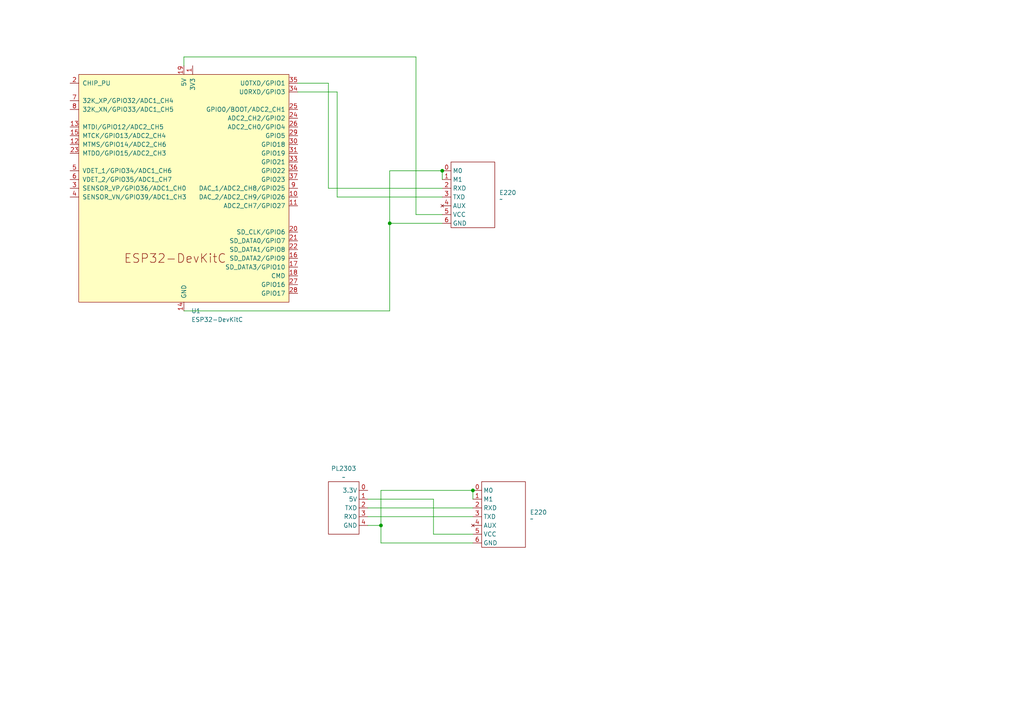
<source format=kicad_sch>
(kicad_sch (version 20250114) (generator "eeschema") (generator_version "9.0")
  (paper "A4")
  (lib_symbols
    (symbol "PCM_Espressif:ESP32-DevKitC" (pin_names (offset 1.016))
      (property "Reference" "U" (at -30.48 38.1 0))
      (property "Value" "ESP32-DevKitC" (at -30.48 35.56 0))
      (symbol "ESP32-DevKitC_0_0"
        (text "ESP32-DevKitC" (at -2.54 -20.32 0) (effects (font (size 2.54 2.54))))
        (pin power_in line (at 0 35.56 270) (length 2.54) (name "5V") (number "19"))
        (pin power_in line (at 0 -35.56 90) (length 2.54) (name "GND") (number "14"))
      )
      (symbol "ESP32-DevKitC_0_1"
        (rectangle (start -30.48 33.02) (end 30.48 -33.02) (fill (type background)))
      )
      (symbol "ESP32-DevKitC_1_1"
        (pin input line (at -33.02 30.48 0) (length 2.54) (name "CHIP_PU") (number "2"))
        (pin bidirectional line (at -33.02 25.4 0) (length 2.54) (name "32K_XP/GPIO32/ADC1_CH4") (number "7"))
        (pin bidirectional line (at -33.02 22.86 0) (length 2.54) (name "32K_XN/GPIO33/ADC1_CH5") (number "8"))
        (pin bidirectional line (at -33.02 17.78 0) (length 2.54) (name "MTDI/GPIO12/ADC2_CH5") (number "13"))
        (pin bidirectional line (at -33.02 15.24 0) (length 2.54) (name "MTCK/GPIO13/ADC2_CH4") (number "15"))
        (pin bidirectional line (at -33.02 12.7 0) (length 2.54) (name "MTMS/GPIO14/ADC2_CH6") (number "12"))
        (pin bidirectional line (at -33.02 10.16 0) (length 2.54) (name "MTDO/GPIO15/ADC2_CH3") (number "23"))
        (pin input line (at -33.02 5.08 0) (length 2.54) (name "VDET_1/GPIO34/ADC1_CH6") (number "5"))
        (pin input line (at -33.02 2.54 0) (length 2.54) (name "VDET_2/GPIO35/ADC1_CH7") (number "6"))
        (pin input line (at -33.02 0 0) (length 2.54) (name "SENSOR_VP/GPIO36/ADC1_CH0") (number "3"))
        (pin input line (at -33.02 -2.54 0) (length 2.54) (name "SENSOR_VN/GPIO39/ADC1_CH3") (number "4"))
        (pin passive line (at 0 -35.56 90) (length 2.54) (hide yes) (name "GND") (number "32"))
        (pin passive line (at 0 -35.56 90) (length 2.54) (hide yes) (name "GND") (number "38"))
        (pin power_in line (at 2.54 35.56 270) (length 2.54) (name "3V3") (number "1"))
        (pin bidirectional line (at 33.02 30.48 180) (length 2.54) (name "U0TXD/GPIO1") (number "35"))
        (pin bidirectional line (at 33.02 27.94 180) (length 2.54) (name "U0RXD/GPIO3") (number "34"))
        (pin bidirectional line (at 33.02 22.86 180) (length 2.54) (name "GPIO0/BOOT/ADC2_CH1") (number "25"))
        (pin bidirectional line (at 33.02 20.32 180) (length 2.54) (name "ADC2_CH2/GPIO2") (number "24"))
        (pin bidirectional line (at 33.02 17.78 180) (length 2.54) (name "ADC2_CH0/GPIO4") (number "26"))
        (pin bidirectional line (at 33.02 15.24 180) (length 2.54) (name "GPIO5") (number "29"))
        (pin bidirectional line (at 33.02 12.7 180) (length 2.54) (name "GPIO18") (number "30"))
        (pin bidirectional line (at 33.02 10.16 180) (length 2.54) (name "GPIO19") (number "31"))
        (pin bidirectional line (at 33.02 7.62 180) (length 2.54) (name "GPIO21") (number "33"))
        (pin bidirectional line (at 33.02 5.08 180) (length 2.54) (name "GPIO22") (number "36"))
        (pin bidirectional line (at 33.02 2.54 180) (length 2.54) (name "GPIO23") (number "37"))
        (pin bidirectional line (at 33.02 0 180) (length 2.54) (name "DAC_1/ADC2_CH8/GPIO25") (number "9"))
        (pin bidirectional line (at 33.02 -2.54 180) (length 2.54) (name "DAC_2/ADC2_CH9/GPIO26") (number "10"))
        (pin bidirectional line (at 33.02 -5.08 180) (length 2.54) (name "ADC2_CH7/GPIO27") (number "11"))
        (pin bidirectional line (at 33.02 -12.7 180) (length 2.54) (name "SD_CLK/GPIO6") (number "20"))
        (pin bidirectional line (at 33.02 -15.24 180) (length 2.54) (name "SD_DATA0/GPIO7") (number "21"))
        (pin bidirectional line (at 33.02 -17.78 180) (length 2.54) (name "SD_DATA1/GPIO8") (number "22"))
        (pin bidirectional line (at 33.02 -20.32 180) (length 2.54) (name "SD_DATA2/GPIO9") (number "16"))
        (pin bidirectional line (at 33.02 -22.86 180) (length 2.54) (name "SD_DATA3/GPIO10") (number "17"))
        (pin bidirectional line (at 33.02 -25.4 180) (length 2.54) (name "CMD") (number "18"))
        (pin bidirectional line (at 33.02 -27.94 180) (length 2.54) (name "GPIO16") (number "27"))
        (pin bidirectional line (at 33.02 -30.48 180) (length 2.54) (name "GPIO17") (number "28"))
      )
    )
    (symbol "modulos:LoRa_E220"
      (property "Reference" "E220" (at 4.572 11.43 0))
      (symbol "LoRa_E220_0_1"
        (rectangle (start -5.08 10.16) (end 7.62 -8.89))
      )
      (symbol "LoRa_E220_1_1"
        (pin input line (at -7.62 7.62 0) (length 2.54) (name "M0") (number "0"))
        (pin input line (at -7.62 5.08 0) (length 2.54) (name "M1") (number "1"))
        (pin input line (at -7.62 2.54 0) (length 2.54) (name "RXD") (number "2"))
        (pin output line (at -7.62 0 0) (length 2.54) (name "TXD") (number "3"))
        (pin no_connect line (at -7.62 -2.54 0) (length 2.54) (name "AUX") (number "4"))
        (pin power_in line (at -7.62 -5.08 0) (length 2.54) (name "VCC") (number "5"))
        (pin power_out line (at -7.62 -7.62 0) (length 2.54) (name "GND") (number "6"))
      )
    )
    (symbol "modulos:PL2303"
      (property "Reference" "PL2303" (at -0.508 8.89 0))
      (symbol "PL2303_0_1"
        (rectangle (start -6.35 7.62) (end 2.54 -7.62))
      )
      (symbol "PL2303_1_1"
        (pin power_in line (at -8.89 5.08 0) (length 2.54) (name "3.3V") (number "0"))
        (pin power_in line (at -8.89 2.54 0) (length 2.54) (name "5V") (number "1"))
        (pin output line (at -8.89 0 0) (length 2.54) (name "TXD") (number "2"))
        (pin input line (at -8.89 -2.54 0) (length 2.54) (name "RXD") (number "3"))
        (pin power_out line (at -8.89 -5.08 0) (length 2.54) (name "GND") (number "4"))
      )
    )
  )
  (junction (at 113.03 64.77))
  (junction (at 110.49 152.4))
  (junction (at 128.27 49.53))
  (junction (at 137.16 142.24))
  (wire (pts (xy 110.49 152.4) (xy 110.49 157.48)))
  (wire (pts (xy 97.79 26.67) (xy 86.36 26.67)))
  (wire (pts (xy 120.65 62.23) (xy 120.65 16.51)))
  (wire (pts (xy 106.68 144.78) (xy 125.73 144.78)))
  (wire (pts (xy 110.49 142.24) (xy 110.49 152.4)))
  (wire (pts (xy 128.27 49.53) (xy 128.27 52.07)))
  (wire (pts (xy 106.68 152.4) (xy 110.49 152.4)))
  (wire (pts (xy 110.49 157.48) (xy 137.16 157.48)))
  (wire (pts (xy 137.16 142.24) (xy 110.49 142.24)))
  (wire (pts (xy 128.27 49.53) (xy 113.03 49.53)))
  (wire (pts (xy 97.79 57.15) (xy 97.79 26.67)))
  (wire (pts (xy 137.16 142.24) (xy 137.16 144.78)))
  (wire (pts (xy 113.03 90.17) (xy 53.34 90.17)))
  (wire (pts (xy 128.27 54.61) (xy 95.25 54.61)))
  (wire (pts (xy 53.34 16.51) (xy 53.34 19.05)))
  (wire (pts (xy 95.25 24.13) (xy 86.36 24.13)))
  (wire (pts (xy 128.27 57.15) (xy 97.79 57.15)))
  (wire (pts (xy 113.03 64.77) (xy 113.03 90.17)))
  (wire (pts (xy 113.03 49.53) (xy 113.03 64.77)))
  (wire (pts (xy 95.25 54.61) (xy 95.25 24.13)))
  (wire (pts (xy 125.73 154.94) (xy 137.16 154.94)))
  (wire (pts (xy 125.73 144.78) (xy 125.73 154.94)))
  (wire (pts (xy 106.68 149.86) (xy 137.16 149.86)))
  (wire (pts (xy 128.27 64.77) (xy 113.03 64.77)))
  (wire (pts (xy 128.27 62.23) (xy 120.65 62.23)))
  (wire (pts (xy 106.68 147.32) (xy 137.16 147.32)))
  (wire (pts (xy 120.65 16.51) (xy 53.34 16.51)))
  (symbol (lib_id "modulos:LoRa_E220") (at 144.78 149.86 0) (unit 1)
    (property "Reference" "E220" (at 153.67 148.5899 0) (effects (justify left)))
    (property "Value" "~" (at 153.67 150.495 0) (effects (justify left)))
  )
  (symbol (lib_id "PCM_Espressif:ESP32-DevKitC") (at 53.34 54.61 0) (unit 1)
    (property "Reference" "U1" (at 55.4833 90.17 0) (effects (justify left)))
    (property "Value" "ESP32-DevKitC" (at 55.4833 92.71 0) (effects (justify left)))
    (property "Footprint" "PCM_Espressif:ESP32-DevKitC" (effects (hide yes)))
    (property "Datasheet" "https://docs.espressif.com/projects/esp-idf/zh_CN/latest/esp32/hw-reference/esp32/get-started-devkitc.html" (effects (hide yes)))
    (property "Description" "Development Kit" (effects (hide yes)))
  )
  (symbol (lib_id "modulos:LoRa_E220") (at 135.89 57.15 0) (unit 1)
    (property "Reference" "E220" (at 144.78 55.8799 0) (effects (justify left)))
    (property "Value" "~" (at 144.78 57.785 0) (effects (justify left)))
  )
  (symbol (lib_id "modulos:PL2303") (at 97.79 147.32 0) (mirror y) (unit 1)
    (property "Reference" "PL2303" (at 99.695 135.89 0))
    (property "Value" "~" (at 99.695 138.43 0))
  )
)
</source>
